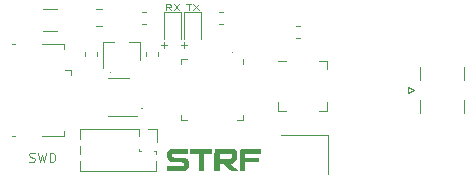
<source format=gbr>
G04 #@! TF.GenerationSoftware,KiCad,Pcbnew,(5.1.5)-3*
G04 #@! TF.CreationDate,2020-05-13T19:19:56+02:00*
G04 #@! TF.ProjectId,STRF,53545246-2e6b-4696-9361-645f70636258,rev?*
G04 #@! TF.SameCoordinates,Original*
G04 #@! TF.FileFunction,Legend,Top*
G04 #@! TF.FilePolarity,Positive*
%FSLAX46Y46*%
G04 Gerber Fmt 4.6, Leading zero omitted, Abs format (unit mm)*
G04 Created by KiCad (PCBNEW (5.1.5)-3) date 2020-05-13 19:19:56*
%MOMM*%
%LPD*%
G04 APERTURE LIST*
%ADD10C,0.120000*%
%ADD11C,0.100000*%
%ADD12C,0.125000*%
%ADD13C,0.010000*%
G04 APERTURE END LIST*
D10*
X29680902Y-33000000D02*
G75*
G03X29680902Y-33000000I-55902J0D01*
G01*
D11*
X35608333Y-30700000D02*
X36141666Y-30700000D01*
X35875000Y-30966666D02*
X35875000Y-30433333D01*
X33908333Y-30700000D02*
X34441666Y-30700000D01*
X34175000Y-30966666D02*
X34175000Y-30433333D01*
D10*
X32355902Y-36050000D02*
G75*
G03X32355902Y-36050000I-55902J0D01*
G01*
X43305902Y-33150000D02*
G75*
G03X43305902Y-33150000I-55902J0D01*
G01*
X40030902Y-31325000D02*
G75*
G03X40030902Y-31325000I-55902J0D01*
G01*
D12*
X22789285Y-40573809D02*
X22903571Y-40611904D01*
X23094047Y-40611904D01*
X23170238Y-40573809D01*
X23208333Y-40535714D01*
X23246428Y-40459523D01*
X23246428Y-40383333D01*
X23208333Y-40307142D01*
X23170238Y-40269047D01*
X23094047Y-40230952D01*
X22941666Y-40192857D01*
X22865476Y-40154761D01*
X22827380Y-40116666D01*
X22789285Y-40040476D01*
X22789285Y-39964285D01*
X22827380Y-39888095D01*
X22865476Y-39850000D01*
X22941666Y-39811904D01*
X23132142Y-39811904D01*
X23246428Y-39850000D01*
X23513095Y-39811904D02*
X23703571Y-40611904D01*
X23855952Y-40040476D01*
X24008333Y-40611904D01*
X24198809Y-39811904D01*
X24503571Y-40611904D02*
X24503571Y-39811904D01*
X24694047Y-39811904D01*
X24808333Y-39850000D01*
X24884523Y-39926190D01*
X24922619Y-40002380D01*
X24960714Y-40154761D01*
X24960714Y-40269047D01*
X24922619Y-40421428D01*
X24884523Y-40497619D01*
X24808333Y-40573809D01*
X24694047Y-40611904D01*
X24503571Y-40611904D01*
D11*
X36066666Y-27251190D02*
X36466666Y-27251190D01*
X36266666Y-27751190D02*
X36266666Y-27251190D01*
X36633333Y-27251190D02*
X37100000Y-27751190D01*
X37100000Y-27251190D02*
X36633333Y-27751190D01*
X34783333Y-27751190D02*
X34550000Y-27513095D01*
X34383333Y-27751190D02*
X34383333Y-27251190D01*
X34650000Y-27251190D01*
X34716666Y-27275000D01*
X34750000Y-27298809D01*
X34783333Y-27346428D01*
X34783333Y-27417857D01*
X34750000Y-27465476D01*
X34716666Y-27489285D01*
X34650000Y-27513095D01*
X34383333Y-27513095D01*
X35016666Y-27251190D02*
X35483333Y-27751190D01*
X35483333Y-27251190D02*
X35016666Y-27751190D01*
D13*
G36*
X42140461Y-40556307D02*
G01*
X41065846Y-40556307D01*
X41065846Y-40243692D01*
X42140461Y-40243692D01*
X42140461Y-40556307D01*
G37*
X42140461Y-40556307D02*
X41065846Y-40556307D01*
X41065846Y-40243692D01*
X42140461Y-40243692D01*
X42140461Y-40556307D01*
G36*
X42296769Y-39833384D02*
G01*
X40987692Y-39833384D01*
X40987692Y-41298769D01*
X40616461Y-41298769D01*
X40616461Y-40467100D01*
X40616575Y-40258206D01*
X40617110Y-40084802D01*
X40618359Y-39943300D01*
X40620612Y-39830113D01*
X40624161Y-39741655D01*
X40629299Y-39674338D01*
X40636315Y-39624575D01*
X40645503Y-39588778D01*
X40657152Y-39563361D01*
X40671556Y-39544736D01*
X40689005Y-39529317D01*
X40692922Y-39526275D01*
X40711883Y-39519880D01*
X40752356Y-39514597D01*
X40816981Y-39510347D01*
X40908404Y-39507050D01*
X41029268Y-39504629D01*
X41182215Y-39503003D01*
X41369889Y-39502094D01*
X41510346Y-39501852D01*
X42296769Y-39501230D01*
X42296769Y-39833384D01*
G37*
X42296769Y-39833384D02*
X40987692Y-39833384D01*
X40987692Y-41298769D01*
X40616461Y-41298769D01*
X40616461Y-40467100D01*
X40616575Y-40258206D01*
X40617110Y-40084802D01*
X40618359Y-39943300D01*
X40620612Y-39830113D01*
X40624161Y-39741655D01*
X40629299Y-39674338D01*
X40636315Y-39624575D01*
X40645503Y-39588778D01*
X40657152Y-39563361D01*
X40671556Y-39544736D01*
X40689005Y-39529317D01*
X40692922Y-39526275D01*
X40711883Y-39519880D01*
X40752356Y-39514597D01*
X40816981Y-39510347D01*
X40908404Y-39507050D01*
X41029268Y-39504629D01*
X41182215Y-39503003D01*
X41369889Y-39502094D01*
X41510346Y-39501852D01*
X42296769Y-39501230D01*
X42296769Y-39833384D01*
G36*
X39467817Y-39502396D02*
G01*
X39632255Y-39503248D01*
X39765627Y-39505416D01*
X39871939Y-39509480D01*
X39955197Y-39516022D01*
X40019405Y-39525621D01*
X40068569Y-39538859D01*
X40106695Y-39556315D01*
X40137788Y-39578570D01*
X40165853Y-39606205D01*
X40191794Y-39636108D01*
X40233377Y-39697390D01*
X40261351Y-39769934D01*
X40277185Y-39861048D01*
X40282349Y-39978041D01*
X40280475Y-40077234D01*
X40275618Y-40178765D01*
X40268302Y-40251996D01*
X40256503Y-40307702D01*
X40238199Y-40356658D01*
X40221716Y-40390230D01*
X40141994Y-40510116D01*
X40041573Y-40600202D01*
X39915557Y-40664195D01*
X39822789Y-40692303D01*
X39698945Y-40722495D01*
X40028413Y-41005747D01*
X40357882Y-41289000D01*
X39814436Y-41299848D01*
X39477871Y-41006588D01*
X39141307Y-40713328D01*
X39019192Y-40712972D01*
X38897077Y-40712615D01*
X38897077Y-40380461D01*
X39292730Y-40380032D01*
X39431244Y-40379467D01*
X39536769Y-40377801D01*
X39615389Y-40374566D01*
X39673187Y-40369292D01*
X39716246Y-40361512D01*
X39750650Y-40350757D01*
X39768020Y-40343434D01*
X39832994Y-40303193D01*
X39876539Y-40247812D01*
X39901282Y-40170981D01*
X39909846Y-40066390D01*
X39908986Y-40004604D01*
X39903307Y-39843154D01*
X38818923Y-39832766D01*
X38818923Y-41298769D01*
X38447692Y-41298769D01*
X38447692Y-40467100D01*
X38447806Y-40258206D01*
X38448341Y-40084802D01*
X38449589Y-39943300D01*
X38451843Y-39830113D01*
X38455392Y-39741655D01*
X38460529Y-39674338D01*
X38467546Y-39624575D01*
X38476733Y-39588778D01*
X38488383Y-39563361D01*
X38502787Y-39544736D01*
X38520236Y-39529317D01*
X38524153Y-39526275D01*
X38543833Y-39519571D01*
X38585546Y-39514108D01*
X38652029Y-39509798D01*
X38746022Y-39506551D01*
X38870263Y-39504280D01*
X39027490Y-39502896D01*
X39220443Y-39502311D01*
X39268307Y-39502281D01*
X39467817Y-39502396D01*
G37*
X39467817Y-39502396D02*
X39632255Y-39503248D01*
X39765627Y-39505416D01*
X39871939Y-39509480D01*
X39955197Y-39516022D01*
X40019405Y-39525621D01*
X40068569Y-39538859D01*
X40106695Y-39556315D01*
X40137788Y-39578570D01*
X40165853Y-39606205D01*
X40191794Y-39636108D01*
X40233377Y-39697390D01*
X40261351Y-39769934D01*
X40277185Y-39861048D01*
X40282349Y-39978041D01*
X40280475Y-40077234D01*
X40275618Y-40178765D01*
X40268302Y-40251996D01*
X40256503Y-40307702D01*
X40238199Y-40356658D01*
X40221716Y-40390230D01*
X40141994Y-40510116D01*
X40041573Y-40600202D01*
X39915557Y-40664195D01*
X39822789Y-40692303D01*
X39698945Y-40722495D01*
X40028413Y-41005747D01*
X40357882Y-41289000D01*
X39814436Y-41299848D01*
X39477871Y-41006588D01*
X39141307Y-40713328D01*
X39019192Y-40712972D01*
X38897077Y-40712615D01*
X38897077Y-40380461D01*
X39292730Y-40380032D01*
X39431244Y-40379467D01*
X39536769Y-40377801D01*
X39615389Y-40374566D01*
X39673187Y-40369292D01*
X39716246Y-40361512D01*
X39750650Y-40350757D01*
X39768020Y-40343434D01*
X39832994Y-40303193D01*
X39876539Y-40247812D01*
X39901282Y-40170981D01*
X39909846Y-40066390D01*
X39908986Y-40004604D01*
X39903307Y-39843154D01*
X38818923Y-39832766D01*
X38818923Y-41298769D01*
X38447692Y-41298769D01*
X38447692Y-40467100D01*
X38447806Y-40258206D01*
X38448341Y-40084802D01*
X38449589Y-39943300D01*
X38451843Y-39830113D01*
X38455392Y-39741655D01*
X38460529Y-39674338D01*
X38467546Y-39624575D01*
X38476733Y-39588778D01*
X38488383Y-39563361D01*
X38502787Y-39544736D01*
X38520236Y-39529317D01*
X38524153Y-39526275D01*
X38543833Y-39519571D01*
X38585546Y-39514108D01*
X38652029Y-39509798D01*
X38746022Y-39506551D01*
X38870263Y-39504280D01*
X39027490Y-39502896D01*
X39220443Y-39502311D01*
X39268307Y-39502281D01*
X39467817Y-39502396D01*
G36*
X38193692Y-39833384D02*
G01*
X37490307Y-39833384D01*
X37490307Y-41298769D01*
X37119077Y-41298769D01*
X37119077Y-39833384D01*
X36396154Y-39833384D01*
X36396154Y-39501230D01*
X38193692Y-39501230D01*
X38193692Y-39833384D01*
G37*
X38193692Y-39833384D02*
X37490307Y-39833384D01*
X37490307Y-41298769D01*
X37119077Y-41298769D01*
X37119077Y-39833384D01*
X36396154Y-39833384D01*
X36396154Y-39501230D01*
X38193692Y-39501230D01*
X38193692Y-39833384D01*
G36*
X36083538Y-39833384D02*
G01*
X34897021Y-39833384D01*
X34845510Y-39884895D01*
X34810606Y-39930130D01*
X34795911Y-39983705D01*
X34794000Y-40027086D01*
X34805651Y-40116787D01*
X34842566Y-40178769D01*
X34907684Y-40217388D01*
X34926460Y-40223285D01*
X34967281Y-40229271D01*
X35040271Y-40234580D01*
X35138526Y-40238930D01*
X35255140Y-40242041D01*
X35383209Y-40243630D01*
X35429000Y-40243774D01*
X35570309Y-40244066D01*
X35678540Y-40245071D01*
X35759690Y-40247312D01*
X35819756Y-40251317D01*
X35864736Y-40257609D01*
X35900629Y-40266714D01*
X35933431Y-40279158D01*
X35957625Y-40290070D01*
X36030516Y-40333789D01*
X36101031Y-40391352D01*
X36126276Y-40417697D01*
X36193914Y-40523433D01*
X36233748Y-40644278D01*
X36246443Y-40772253D01*
X36232667Y-40899380D01*
X36193088Y-41017682D01*
X36128371Y-41119180D01*
X36062504Y-41180376D01*
X36019814Y-41209926D01*
X35978338Y-41234118D01*
X35933755Y-41253485D01*
X35881744Y-41268560D01*
X35817984Y-41279877D01*
X35738155Y-41287969D01*
X35637935Y-41293368D01*
X35513004Y-41296609D01*
X35359042Y-41298223D01*
X35171727Y-41298746D01*
X35103069Y-41298769D01*
X34422769Y-41298769D01*
X34422769Y-40966615D01*
X35078278Y-40966615D01*
X35269608Y-40966464D01*
X35425674Y-40965574D01*
X35550287Y-40963288D01*
X35647260Y-40958948D01*
X35720405Y-40951898D01*
X35773535Y-40941480D01*
X35810461Y-40927038D01*
X35834995Y-40907915D01*
X35850951Y-40883452D01*
X35862140Y-40852995D01*
X35868458Y-40830430D01*
X35879283Y-40763638D01*
X35868174Y-40704172D01*
X35860110Y-40683319D01*
X35841835Y-40646123D01*
X35818629Y-40616938D01*
X35785873Y-40594802D01*
X35738947Y-40578755D01*
X35673233Y-40567835D01*
X35584111Y-40561081D01*
X35466963Y-40557532D01*
X35317169Y-40556226D01*
X35248896Y-40556116D01*
X35104936Y-40555878D01*
X34994204Y-40554971D01*
X34910854Y-40552898D01*
X34849038Y-40549163D01*
X34802909Y-40543270D01*
X34766618Y-40534722D01*
X34734319Y-40523023D01*
X34704990Y-40509929D01*
X34616872Y-40455004D01*
X34536427Y-40380107D01*
X34473956Y-40296396D01*
X34442339Y-40225430D01*
X34426886Y-40135579D01*
X34423043Y-40030678D01*
X34430176Y-39925873D01*
X34447653Y-39836310D01*
X34460017Y-39802101D01*
X34522622Y-39702625D01*
X34610768Y-39613143D01*
X34707964Y-39548840D01*
X34731448Y-39538452D01*
X34758557Y-39530067D01*
X34793680Y-39523421D01*
X34841204Y-39518250D01*
X34905517Y-39514291D01*
X34991008Y-39511278D01*
X35102064Y-39508947D01*
X35243074Y-39507035D01*
X35418425Y-39505278D01*
X35433884Y-39505137D01*
X36083538Y-39499275D01*
X36083538Y-39833384D01*
G37*
X36083538Y-39833384D02*
X34897021Y-39833384D01*
X34845510Y-39884895D01*
X34810606Y-39930130D01*
X34795911Y-39983705D01*
X34794000Y-40027086D01*
X34805651Y-40116787D01*
X34842566Y-40178769D01*
X34907684Y-40217388D01*
X34926460Y-40223285D01*
X34967281Y-40229271D01*
X35040271Y-40234580D01*
X35138526Y-40238930D01*
X35255140Y-40242041D01*
X35383209Y-40243630D01*
X35429000Y-40243774D01*
X35570309Y-40244066D01*
X35678540Y-40245071D01*
X35759690Y-40247312D01*
X35819756Y-40251317D01*
X35864736Y-40257609D01*
X35900629Y-40266714D01*
X35933431Y-40279158D01*
X35957625Y-40290070D01*
X36030516Y-40333789D01*
X36101031Y-40391352D01*
X36126276Y-40417697D01*
X36193914Y-40523433D01*
X36233748Y-40644278D01*
X36246443Y-40772253D01*
X36232667Y-40899380D01*
X36193088Y-41017682D01*
X36128371Y-41119180D01*
X36062504Y-41180376D01*
X36019814Y-41209926D01*
X35978338Y-41234118D01*
X35933755Y-41253485D01*
X35881744Y-41268560D01*
X35817984Y-41279877D01*
X35738155Y-41287969D01*
X35637935Y-41293368D01*
X35513004Y-41296609D01*
X35359042Y-41298223D01*
X35171727Y-41298746D01*
X35103069Y-41298769D01*
X34422769Y-41298769D01*
X34422769Y-40966615D01*
X35078278Y-40966615D01*
X35269608Y-40966464D01*
X35425674Y-40965574D01*
X35550287Y-40963288D01*
X35647260Y-40958948D01*
X35720405Y-40951898D01*
X35773535Y-40941480D01*
X35810461Y-40927038D01*
X35834995Y-40907915D01*
X35850951Y-40883452D01*
X35862140Y-40852995D01*
X35868458Y-40830430D01*
X35879283Y-40763638D01*
X35868174Y-40704172D01*
X35860110Y-40683319D01*
X35841835Y-40646123D01*
X35818629Y-40616938D01*
X35785873Y-40594802D01*
X35738947Y-40578755D01*
X35673233Y-40567835D01*
X35584111Y-40561081D01*
X35466963Y-40557532D01*
X35317169Y-40556226D01*
X35248896Y-40556116D01*
X35104936Y-40555878D01*
X34994204Y-40554971D01*
X34910854Y-40552898D01*
X34849038Y-40549163D01*
X34802909Y-40543270D01*
X34766618Y-40534722D01*
X34734319Y-40523023D01*
X34704990Y-40509929D01*
X34616872Y-40455004D01*
X34536427Y-40380107D01*
X34473956Y-40296396D01*
X34442339Y-40225430D01*
X34426886Y-40135579D01*
X34423043Y-40030678D01*
X34430176Y-39925873D01*
X34447653Y-39836310D01*
X34460017Y-39802101D01*
X34522622Y-39702625D01*
X34610768Y-39613143D01*
X34707964Y-39548840D01*
X34731448Y-39538452D01*
X34758557Y-39530067D01*
X34793680Y-39523421D01*
X34841204Y-39518250D01*
X34905517Y-39514291D01*
X34991008Y-39511278D01*
X35102064Y-39508947D01*
X35243074Y-39507035D01*
X35418425Y-39505278D01*
X35433884Y-39505137D01*
X36083538Y-39499275D01*
X36083538Y-39833384D01*
D10*
X25152064Y-27690000D02*
X23947936Y-27690000D01*
X25152064Y-29510000D02*
X23947936Y-29510000D01*
X54840000Y-34750000D02*
X55340000Y-34500000D01*
X54840000Y-34250000D02*
X54840000Y-34750000D01*
X55340000Y-34500000D02*
X54840000Y-34250000D01*
X59600000Y-36450000D02*
X59600000Y-35340000D01*
X59600000Y-33660000D02*
X59600000Y-32550000D01*
X55890000Y-36450000D02*
X55890000Y-35340000D01*
X55890000Y-33660000D02*
X55890000Y-32550000D01*
X33560000Y-37820000D02*
X33560000Y-38950000D01*
X32800000Y-37820000D02*
X33560000Y-37820000D01*
X33495000Y-40527530D02*
X33495000Y-41350000D01*
X33495000Y-39710000D02*
X33495000Y-39912470D01*
X33363471Y-39710000D02*
X33495000Y-39710000D01*
X32093471Y-39710000D02*
X32236529Y-39710000D01*
X32040000Y-39513471D02*
X32040000Y-39656529D01*
X32040000Y-37820000D02*
X32040000Y-38386529D01*
X33495000Y-41350000D02*
X27025000Y-41350000D01*
X32040000Y-37820000D02*
X27025000Y-37820000D01*
X27025000Y-39257530D02*
X27025000Y-39912470D01*
X27025000Y-40527530D02*
X27025000Y-41350000D01*
X27025000Y-37820000D02*
X27025000Y-38642470D01*
X29450000Y-36710000D02*
X31900000Y-36710000D01*
X31250000Y-33490000D02*
X29450000Y-33490000D01*
X28520000Y-31294721D02*
X28520000Y-31620279D01*
X27500000Y-31294721D02*
X27500000Y-31620279D01*
X32670000Y-31615279D02*
X32670000Y-31289721D01*
X33690000Y-31615279D02*
X33690000Y-31289721D01*
X45362221Y-30085000D02*
X45687779Y-30085000D01*
X45362221Y-29065000D02*
X45687779Y-29065000D01*
X35635000Y-30212500D02*
X35635000Y-27927500D01*
X35635000Y-27927500D02*
X34165000Y-27927500D01*
X34165000Y-27927500D02*
X34165000Y-30212500D01*
X35865000Y-27927500D02*
X35865000Y-30212500D01*
X37335000Y-27927500D02*
X35865000Y-27927500D01*
X37335000Y-30212500D02*
X37335000Y-27927500D01*
X28921078Y-29110000D02*
X28403922Y-29110000D01*
X28921078Y-27690000D02*
X28403922Y-27690000D01*
X25712500Y-30600000D02*
X25712500Y-31050000D01*
X23862500Y-30600000D02*
X25712500Y-30600000D01*
X21312500Y-38400000D02*
X21562500Y-38400000D01*
X21312500Y-30600000D02*
X21562500Y-30600000D01*
X23862500Y-38400000D02*
X25712500Y-38400000D01*
X25712500Y-38400000D02*
X25712500Y-37950000D01*
X26262500Y-32800000D02*
X26262500Y-33250000D01*
X26262500Y-32800000D02*
X25812500Y-32800000D01*
X32612779Y-28910000D02*
X32287221Y-28910000D01*
X32612779Y-27890000D02*
X32287221Y-27890000D01*
X38874721Y-28910000D02*
X39200279Y-28910000D01*
X38874721Y-27890000D02*
X39200279Y-27890000D01*
X32180000Y-30480000D02*
X31250000Y-30480000D01*
X29020000Y-30480000D02*
X29950000Y-30480000D01*
X29020000Y-30480000D02*
X29020000Y-32640000D01*
X32180000Y-30480000D02*
X32180000Y-31940000D01*
X40835000Y-36610000D02*
X40835000Y-37085000D01*
X40835000Y-37085000D02*
X40360000Y-37085000D01*
X35615000Y-32340000D02*
X35615000Y-31865000D01*
X35615000Y-31865000D02*
X36090000Y-31865000D01*
X35615000Y-36610000D02*
X35615000Y-37085000D01*
X35615000Y-37085000D02*
X36090000Y-37085000D01*
X40835000Y-32340000D02*
X40835000Y-31865000D01*
X47285000Y-32040000D02*
X48010000Y-32040000D01*
X48010000Y-32040000D02*
X48010000Y-32765000D01*
X44515000Y-36260000D02*
X43790000Y-36260000D01*
X43790000Y-36260000D02*
X43790000Y-35535000D01*
X47285000Y-36260000D02*
X48010000Y-36260000D01*
X48010000Y-36260000D02*
X48010000Y-35535000D01*
X44515000Y-32040000D02*
X43790000Y-32040000D01*
X48100000Y-41625000D02*
X48100000Y-38325000D01*
X48100000Y-38325000D02*
X44100000Y-38325000D01*
M02*

</source>
